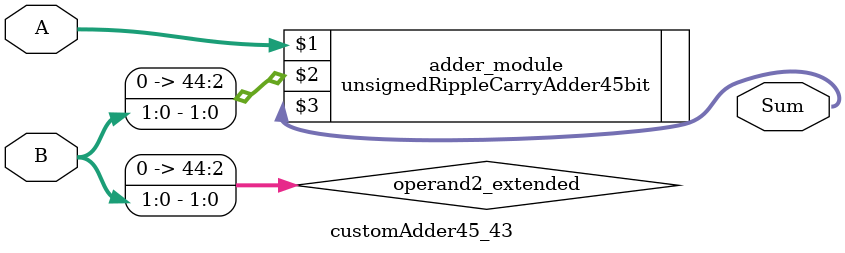
<source format=v>
module customAdder45_43(
                        input [44 : 0] A,
                        input [1 : 0] B,
                        
                        output [45 : 0] Sum
                );

        wire [44 : 0] operand2_extended;
        
        assign operand2_extended =  {43'b0, B};
        
        unsignedRippleCarryAdder45bit adder_module(
            A,
            operand2_extended,
            Sum
        );
        
        endmodule
        
</source>
